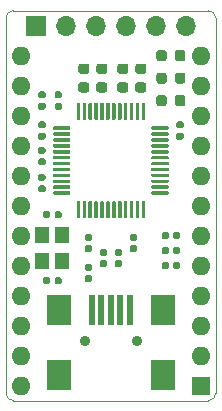
<source format=gbr>
%TF.GenerationSoftware,KiCad,Pcbnew,5.1.6+dfsg1-1~bpo10+1*%
%TF.CreationDate,2020-07-08T21:11:21+00:00*%
%TF.ProjectId,ProMicro_UART,50726f4d-6963-4726-9f5f-554152542e6b,v2*%
%TF.SameCoordinates,Original*%
%TF.FileFunction,Soldermask,Top*%
%TF.FilePolarity,Negative*%
%FSLAX45Y45*%
G04 Gerber Fmt 4.5, Leading zero omitted, Abs format (unit mm)*
G04 Created by KiCad (PCBNEW 5.1.6+dfsg1-1~bpo10+1) date 2020-07-08 21:11:21*
%MOMM*%
%LPD*%
G01*
G04 APERTURE LIST*
%TA.AperFunction,Profile*%
%ADD10C,0.100000*%
%TD*%
%ADD11O,1.600000X1.600000*%
%ADD12R,1.600000X1.600000*%
%ADD13R,1.200000X1.400000*%
%ADD14C,0.900000*%
%ADD15R,0.500000X2.500000*%
%ADD16R,2.000000X2.500000*%
%ADD17O,1.700000X1.700000*%
%ADD18R,1.700000X1.700000*%
G04 APERTURE END LIST*
D10*
X-1651000Y3111500D02*
X-1651000Y-63500D01*
X127000Y3111500D02*
X127000Y-63500D01*
X-1587500Y-127000D02*
G75*
G02*
X-1651000Y-63500I0J63500D01*
G01*
X127000Y-63500D02*
G75*
G02*
X63500Y-127000I-63500J0D01*
G01*
X63500Y3175000D02*
G75*
G02*
X127000Y3111500I0J-63500D01*
G01*
X-1651000Y3111500D02*
G75*
G02*
X-1587500Y3175000I63500J0D01*
G01*
X63500Y-127000D02*
X-1587500Y-127000D01*
X-1587500Y3175000D02*
X63500Y3175000D01*
D11*
X-1524000Y0D03*
X-1524000Y254000D03*
X-1524000Y508000D03*
X0Y2794000D03*
X-1524000Y762000D03*
X0Y2540000D03*
X-1524000Y1016000D03*
X0Y2286000D03*
X-1524000Y1270000D03*
X0Y2032000D03*
X-1524000Y1524000D03*
X0Y1778000D03*
X-1524000Y1778000D03*
X0Y1524000D03*
X-1524000Y2032000D03*
X0Y1270000D03*
X-1524000Y2286000D03*
X0Y1016000D03*
X-1524000Y2540000D03*
X0Y762000D03*
X-1524000Y2794000D03*
X0Y508000D03*
X0Y254000D03*
D12*
X0Y0D03*
G36*
G01*
X-634775Y2638500D02*
X-686025Y2638500D01*
G75*
G02*
X-707900Y2660375I0J21875D01*
G01*
X-707900Y2704125D01*
G75*
G02*
X-686025Y2726000I21875J0D01*
G01*
X-634775Y2726000D01*
G75*
G02*
X-612900Y2704125I0J-21875D01*
G01*
X-612900Y2660375D01*
G75*
G02*
X-634775Y2638500I-21875J0D01*
G01*
G37*
G36*
G01*
X-634775Y2481000D02*
X-686025Y2481000D01*
G75*
G02*
X-707900Y2502875I0J21875D01*
G01*
X-707900Y2546625D01*
G75*
G02*
X-686025Y2568500I21875J0D01*
G01*
X-634775Y2568500D01*
G75*
G02*
X-612900Y2546625I0J-21875D01*
G01*
X-612900Y2502875D01*
G75*
G02*
X-634775Y2481000I-21875J0D01*
G01*
G37*
G36*
G01*
X-482375Y2638500D02*
X-533625Y2638500D01*
G75*
G02*
X-555500Y2660375I0J21875D01*
G01*
X-555500Y2704125D01*
G75*
G02*
X-533625Y2726000I21875J0D01*
G01*
X-482375Y2726000D01*
G75*
G02*
X-460500Y2704125I0J-21875D01*
G01*
X-460500Y2660375D01*
G75*
G02*
X-482375Y2638500I-21875J0D01*
G01*
G37*
G36*
G01*
X-482375Y2481000D02*
X-533625Y2481000D01*
G75*
G02*
X-555500Y2502875I0J21875D01*
G01*
X-555500Y2546625D01*
G75*
G02*
X-533625Y2568500I21875J0D01*
G01*
X-482375Y2568500D01*
G75*
G02*
X-460500Y2546625I0J-21875D01*
G01*
X-460500Y2502875D01*
G75*
G02*
X-482375Y2481000I-21875J0D01*
G01*
G37*
G36*
G01*
X-812575Y2638500D02*
X-863825Y2638500D01*
G75*
G02*
X-885700Y2660375I0J21875D01*
G01*
X-885700Y2704125D01*
G75*
G02*
X-863825Y2726000I21875J0D01*
G01*
X-812575Y2726000D01*
G75*
G02*
X-790700Y2704125I0J-21875D01*
G01*
X-790700Y2660375D01*
G75*
G02*
X-812575Y2638500I-21875J0D01*
G01*
G37*
G36*
G01*
X-812575Y2481000D02*
X-863825Y2481000D01*
G75*
G02*
X-885700Y2502875I0J21875D01*
G01*
X-885700Y2546625D01*
G75*
G02*
X-863825Y2568500I21875J0D01*
G01*
X-812575Y2568500D01*
G75*
G02*
X-790700Y2546625I0J-21875D01*
G01*
X-790700Y2502875D01*
G75*
G02*
X-812575Y2481000I-21875J0D01*
G01*
G37*
G36*
G01*
X-1016225Y2568500D02*
X-964975Y2568500D01*
G75*
G02*
X-943100Y2546625I0J-21875D01*
G01*
X-943100Y2502875D01*
G75*
G02*
X-964975Y2481000I-21875J0D01*
G01*
X-1016225Y2481000D01*
G75*
G02*
X-1038100Y2502875I0J21875D01*
G01*
X-1038100Y2546625D01*
G75*
G02*
X-1016225Y2568500I21875J0D01*
G01*
G37*
G36*
G01*
X-1016225Y2726000D02*
X-964975Y2726000D01*
G75*
G02*
X-943100Y2704125I0J-21875D01*
G01*
X-943100Y2660375D01*
G75*
G02*
X-964975Y2638500I-21875J0D01*
G01*
X-1016225Y2638500D01*
G75*
G02*
X-1038100Y2660375I0J21875D01*
G01*
X-1038100Y2704125D01*
G75*
G02*
X-1016225Y2726000I21875J0D01*
G01*
G37*
D13*
X-1342300Y1058400D03*
X-1342300Y1278400D03*
X-1172300Y1278400D03*
X-1172300Y1058400D03*
G36*
G01*
X-1112000Y1615000D02*
X-1244500Y1615000D01*
G75*
G02*
X-1252000Y1622500I0J7500D01*
G01*
X-1252000Y1637500D01*
G75*
G02*
X-1244500Y1645000I7500J0D01*
G01*
X-1112000Y1645000D01*
G75*
G02*
X-1104500Y1637500I0J-7500D01*
G01*
X-1104500Y1622500D01*
G75*
G02*
X-1112000Y1615000I-7500J0D01*
G01*
G37*
G36*
G01*
X-1112000Y1665000D02*
X-1244500Y1665000D01*
G75*
G02*
X-1252000Y1672500I0J7500D01*
G01*
X-1252000Y1687500D01*
G75*
G02*
X-1244500Y1695000I7500J0D01*
G01*
X-1112000Y1695000D01*
G75*
G02*
X-1104500Y1687500I0J-7500D01*
G01*
X-1104500Y1672500D01*
G75*
G02*
X-1112000Y1665000I-7500J0D01*
G01*
G37*
G36*
G01*
X-1112000Y1715000D02*
X-1244500Y1715000D01*
G75*
G02*
X-1252000Y1722500I0J7500D01*
G01*
X-1252000Y1737500D01*
G75*
G02*
X-1244500Y1745000I7500J0D01*
G01*
X-1112000Y1745000D01*
G75*
G02*
X-1104500Y1737500I0J-7500D01*
G01*
X-1104500Y1722500D01*
G75*
G02*
X-1112000Y1715000I-7500J0D01*
G01*
G37*
G36*
G01*
X-1112000Y1765000D02*
X-1244500Y1765000D01*
G75*
G02*
X-1252000Y1772500I0J7500D01*
G01*
X-1252000Y1787500D01*
G75*
G02*
X-1244500Y1795000I7500J0D01*
G01*
X-1112000Y1795000D01*
G75*
G02*
X-1104500Y1787500I0J-7500D01*
G01*
X-1104500Y1772500D01*
G75*
G02*
X-1112000Y1765000I-7500J0D01*
G01*
G37*
G36*
G01*
X-1112000Y1815000D02*
X-1244500Y1815000D01*
G75*
G02*
X-1252000Y1822500I0J7500D01*
G01*
X-1252000Y1837500D01*
G75*
G02*
X-1244500Y1845000I7500J0D01*
G01*
X-1112000Y1845000D01*
G75*
G02*
X-1104500Y1837500I0J-7500D01*
G01*
X-1104500Y1822500D01*
G75*
G02*
X-1112000Y1815000I-7500J0D01*
G01*
G37*
G36*
G01*
X-1112000Y1865000D02*
X-1244500Y1865000D01*
G75*
G02*
X-1252000Y1872500I0J7500D01*
G01*
X-1252000Y1887500D01*
G75*
G02*
X-1244500Y1895000I7500J0D01*
G01*
X-1112000Y1895000D01*
G75*
G02*
X-1104500Y1887500I0J-7500D01*
G01*
X-1104500Y1872500D01*
G75*
G02*
X-1112000Y1865000I-7500J0D01*
G01*
G37*
G36*
G01*
X-1112000Y1915000D02*
X-1244500Y1915000D01*
G75*
G02*
X-1252000Y1922500I0J7500D01*
G01*
X-1252000Y1937500D01*
G75*
G02*
X-1244500Y1945000I7500J0D01*
G01*
X-1112000Y1945000D01*
G75*
G02*
X-1104500Y1937500I0J-7500D01*
G01*
X-1104500Y1922500D01*
G75*
G02*
X-1112000Y1915000I-7500J0D01*
G01*
G37*
G36*
G01*
X-1112000Y1965000D02*
X-1244500Y1965000D01*
G75*
G02*
X-1252000Y1972500I0J7500D01*
G01*
X-1252000Y1987500D01*
G75*
G02*
X-1244500Y1995000I7500J0D01*
G01*
X-1112000Y1995000D01*
G75*
G02*
X-1104500Y1987500I0J-7500D01*
G01*
X-1104500Y1972500D01*
G75*
G02*
X-1112000Y1965000I-7500J0D01*
G01*
G37*
G36*
G01*
X-1112000Y2015000D02*
X-1244500Y2015000D01*
G75*
G02*
X-1252000Y2022500I0J7500D01*
G01*
X-1252000Y2037500D01*
G75*
G02*
X-1244500Y2045000I7500J0D01*
G01*
X-1112000Y2045000D01*
G75*
G02*
X-1104500Y2037500I0J-7500D01*
G01*
X-1104500Y2022500D01*
G75*
G02*
X-1112000Y2015000I-7500J0D01*
G01*
G37*
G36*
G01*
X-1112000Y2065000D02*
X-1244500Y2065000D01*
G75*
G02*
X-1252000Y2072500I0J7500D01*
G01*
X-1252000Y2087500D01*
G75*
G02*
X-1244500Y2095000I7500J0D01*
G01*
X-1112000Y2095000D01*
G75*
G02*
X-1104500Y2087500I0J-7500D01*
G01*
X-1104500Y2072500D01*
G75*
G02*
X-1112000Y2065000I-7500J0D01*
G01*
G37*
G36*
G01*
X-1112000Y2115000D02*
X-1244500Y2115000D01*
G75*
G02*
X-1252000Y2122500I0J7500D01*
G01*
X-1252000Y2137500D01*
G75*
G02*
X-1244500Y2145000I7500J0D01*
G01*
X-1112000Y2145000D01*
G75*
G02*
X-1104500Y2137500I0J-7500D01*
G01*
X-1104500Y2122500D01*
G75*
G02*
X-1112000Y2115000I-7500J0D01*
G01*
G37*
G36*
G01*
X-1112000Y2165000D02*
X-1244500Y2165000D01*
G75*
G02*
X-1252000Y2172500I0J7500D01*
G01*
X-1252000Y2187500D01*
G75*
G02*
X-1244500Y2195000I7500J0D01*
G01*
X-1112000Y2195000D01*
G75*
G02*
X-1104500Y2187500I0J-7500D01*
G01*
X-1104500Y2172500D01*
G75*
G02*
X-1112000Y2165000I-7500J0D01*
G01*
G37*
G36*
G01*
X-1029500Y2247500D02*
X-1044500Y2247500D01*
G75*
G02*
X-1052000Y2255000I0J7500D01*
G01*
X-1052000Y2387500D01*
G75*
G02*
X-1044500Y2395000I7500J0D01*
G01*
X-1029500Y2395000D01*
G75*
G02*
X-1022000Y2387500I0J-7500D01*
G01*
X-1022000Y2255000D01*
G75*
G02*
X-1029500Y2247500I-7500J0D01*
G01*
G37*
G36*
G01*
X-979500Y2247500D02*
X-994500Y2247500D01*
G75*
G02*
X-1002000Y2255000I0J7500D01*
G01*
X-1002000Y2387500D01*
G75*
G02*
X-994500Y2395000I7500J0D01*
G01*
X-979500Y2395000D01*
G75*
G02*
X-972000Y2387500I0J-7500D01*
G01*
X-972000Y2255000D01*
G75*
G02*
X-979500Y2247500I-7500J0D01*
G01*
G37*
G36*
G01*
X-929500Y2247500D02*
X-944500Y2247500D01*
G75*
G02*
X-952000Y2255000I0J7500D01*
G01*
X-952000Y2387500D01*
G75*
G02*
X-944500Y2395000I7500J0D01*
G01*
X-929500Y2395000D01*
G75*
G02*
X-922000Y2387500I0J-7500D01*
G01*
X-922000Y2255000D01*
G75*
G02*
X-929500Y2247500I-7500J0D01*
G01*
G37*
G36*
G01*
X-879500Y2247500D02*
X-894500Y2247500D01*
G75*
G02*
X-902000Y2255000I0J7500D01*
G01*
X-902000Y2387500D01*
G75*
G02*
X-894500Y2395000I7500J0D01*
G01*
X-879500Y2395000D01*
G75*
G02*
X-872000Y2387500I0J-7500D01*
G01*
X-872000Y2255000D01*
G75*
G02*
X-879500Y2247500I-7500J0D01*
G01*
G37*
G36*
G01*
X-829500Y2247500D02*
X-844500Y2247500D01*
G75*
G02*
X-852000Y2255000I0J7500D01*
G01*
X-852000Y2387500D01*
G75*
G02*
X-844500Y2395000I7500J0D01*
G01*
X-829500Y2395000D01*
G75*
G02*
X-822000Y2387500I0J-7500D01*
G01*
X-822000Y2255000D01*
G75*
G02*
X-829500Y2247500I-7500J0D01*
G01*
G37*
G36*
G01*
X-779500Y2247500D02*
X-794500Y2247500D01*
G75*
G02*
X-802000Y2255000I0J7500D01*
G01*
X-802000Y2387500D01*
G75*
G02*
X-794500Y2395000I7500J0D01*
G01*
X-779500Y2395000D01*
G75*
G02*
X-772000Y2387500I0J-7500D01*
G01*
X-772000Y2255000D01*
G75*
G02*
X-779500Y2247500I-7500J0D01*
G01*
G37*
G36*
G01*
X-729500Y2247500D02*
X-744500Y2247500D01*
G75*
G02*
X-752000Y2255000I0J7500D01*
G01*
X-752000Y2387500D01*
G75*
G02*
X-744500Y2395000I7500J0D01*
G01*
X-729500Y2395000D01*
G75*
G02*
X-722000Y2387500I0J-7500D01*
G01*
X-722000Y2255000D01*
G75*
G02*
X-729500Y2247500I-7500J0D01*
G01*
G37*
G36*
G01*
X-679500Y2247500D02*
X-694500Y2247500D01*
G75*
G02*
X-702000Y2255000I0J7500D01*
G01*
X-702000Y2387500D01*
G75*
G02*
X-694500Y2395000I7500J0D01*
G01*
X-679500Y2395000D01*
G75*
G02*
X-672000Y2387500I0J-7500D01*
G01*
X-672000Y2255000D01*
G75*
G02*
X-679500Y2247500I-7500J0D01*
G01*
G37*
G36*
G01*
X-629500Y2247500D02*
X-644500Y2247500D01*
G75*
G02*
X-652000Y2255000I0J7500D01*
G01*
X-652000Y2387500D01*
G75*
G02*
X-644500Y2395000I7500J0D01*
G01*
X-629500Y2395000D01*
G75*
G02*
X-622000Y2387500I0J-7500D01*
G01*
X-622000Y2255000D01*
G75*
G02*
X-629500Y2247500I-7500J0D01*
G01*
G37*
G36*
G01*
X-579500Y2247500D02*
X-594500Y2247500D01*
G75*
G02*
X-602000Y2255000I0J7500D01*
G01*
X-602000Y2387500D01*
G75*
G02*
X-594500Y2395000I7500J0D01*
G01*
X-579500Y2395000D01*
G75*
G02*
X-572000Y2387500I0J-7500D01*
G01*
X-572000Y2255000D01*
G75*
G02*
X-579500Y2247500I-7500J0D01*
G01*
G37*
G36*
G01*
X-529500Y2247500D02*
X-544500Y2247500D01*
G75*
G02*
X-552000Y2255000I0J7500D01*
G01*
X-552000Y2387500D01*
G75*
G02*
X-544500Y2395000I7500J0D01*
G01*
X-529500Y2395000D01*
G75*
G02*
X-522000Y2387500I0J-7500D01*
G01*
X-522000Y2255000D01*
G75*
G02*
X-529500Y2247500I-7500J0D01*
G01*
G37*
G36*
G01*
X-479500Y2247500D02*
X-494500Y2247500D01*
G75*
G02*
X-502000Y2255000I0J7500D01*
G01*
X-502000Y2387500D01*
G75*
G02*
X-494500Y2395000I7500J0D01*
G01*
X-479500Y2395000D01*
G75*
G02*
X-472000Y2387500I0J-7500D01*
G01*
X-472000Y2255000D01*
G75*
G02*
X-479500Y2247500I-7500J0D01*
G01*
G37*
G36*
G01*
X-279500Y2165000D02*
X-412000Y2165000D01*
G75*
G02*
X-419500Y2172500I0J7500D01*
G01*
X-419500Y2187500D01*
G75*
G02*
X-412000Y2195000I7500J0D01*
G01*
X-279500Y2195000D01*
G75*
G02*
X-272000Y2187500I0J-7500D01*
G01*
X-272000Y2172500D01*
G75*
G02*
X-279500Y2165000I-7500J0D01*
G01*
G37*
G36*
G01*
X-279500Y2115000D02*
X-412000Y2115000D01*
G75*
G02*
X-419500Y2122500I0J7500D01*
G01*
X-419500Y2137500D01*
G75*
G02*
X-412000Y2145000I7500J0D01*
G01*
X-279500Y2145000D01*
G75*
G02*
X-272000Y2137500I0J-7500D01*
G01*
X-272000Y2122500D01*
G75*
G02*
X-279500Y2115000I-7500J0D01*
G01*
G37*
G36*
G01*
X-279500Y2065000D02*
X-412000Y2065000D01*
G75*
G02*
X-419500Y2072500I0J7500D01*
G01*
X-419500Y2087500D01*
G75*
G02*
X-412000Y2095000I7500J0D01*
G01*
X-279500Y2095000D01*
G75*
G02*
X-272000Y2087500I0J-7500D01*
G01*
X-272000Y2072500D01*
G75*
G02*
X-279500Y2065000I-7500J0D01*
G01*
G37*
G36*
G01*
X-279500Y2015000D02*
X-412000Y2015000D01*
G75*
G02*
X-419500Y2022500I0J7500D01*
G01*
X-419500Y2037500D01*
G75*
G02*
X-412000Y2045000I7500J0D01*
G01*
X-279500Y2045000D01*
G75*
G02*
X-272000Y2037500I0J-7500D01*
G01*
X-272000Y2022500D01*
G75*
G02*
X-279500Y2015000I-7500J0D01*
G01*
G37*
G36*
G01*
X-279500Y1965000D02*
X-412000Y1965000D01*
G75*
G02*
X-419500Y1972500I0J7500D01*
G01*
X-419500Y1987500D01*
G75*
G02*
X-412000Y1995000I7500J0D01*
G01*
X-279500Y1995000D01*
G75*
G02*
X-272000Y1987500I0J-7500D01*
G01*
X-272000Y1972500D01*
G75*
G02*
X-279500Y1965000I-7500J0D01*
G01*
G37*
G36*
G01*
X-279500Y1915000D02*
X-412000Y1915000D01*
G75*
G02*
X-419500Y1922500I0J7500D01*
G01*
X-419500Y1937500D01*
G75*
G02*
X-412000Y1945000I7500J0D01*
G01*
X-279500Y1945000D01*
G75*
G02*
X-272000Y1937500I0J-7500D01*
G01*
X-272000Y1922500D01*
G75*
G02*
X-279500Y1915000I-7500J0D01*
G01*
G37*
G36*
G01*
X-279500Y1865000D02*
X-412000Y1865000D01*
G75*
G02*
X-419500Y1872500I0J7500D01*
G01*
X-419500Y1887500D01*
G75*
G02*
X-412000Y1895000I7500J0D01*
G01*
X-279500Y1895000D01*
G75*
G02*
X-272000Y1887500I0J-7500D01*
G01*
X-272000Y1872500D01*
G75*
G02*
X-279500Y1865000I-7500J0D01*
G01*
G37*
G36*
G01*
X-279500Y1815000D02*
X-412000Y1815000D01*
G75*
G02*
X-419500Y1822500I0J7500D01*
G01*
X-419500Y1837500D01*
G75*
G02*
X-412000Y1845000I7500J0D01*
G01*
X-279500Y1845000D01*
G75*
G02*
X-272000Y1837500I0J-7500D01*
G01*
X-272000Y1822500D01*
G75*
G02*
X-279500Y1815000I-7500J0D01*
G01*
G37*
G36*
G01*
X-279500Y1765000D02*
X-412000Y1765000D01*
G75*
G02*
X-419500Y1772500I0J7500D01*
G01*
X-419500Y1787500D01*
G75*
G02*
X-412000Y1795000I7500J0D01*
G01*
X-279500Y1795000D01*
G75*
G02*
X-272000Y1787500I0J-7500D01*
G01*
X-272000Y1772500D01*
G75*
G02*
X-279500Y1765000I-7500J0D01*
G01*
G37*
G36*
G01*
X-279500Y1715000D02*
X-412000Y1715000D01*
G75*
G02*
X-419500Y1722500I0J7500D01*
G01*
X-419500Y1737500D01*
G75*
G02*
X-412000Y1745000I7500J0D01*
G01*
X-279500Y1745000D01*
G75*
G02*
X-272000Y1737500I0J-7500D01*
G01*
X-272000Y1722500D01*
G75*
G02*
X-279500Y1715000I-7500J0D01*
G01*
G37*
G36*
G01*
X-279500Y1665000D02*
X-412000Y1665000D01*
G75*
G02*
X-419500Y1672500I0J7500D01*
G01*
X-419500Y1687500D01*
G75*
G02*
X-412000Y1695000I7500J0D01*
G01*
X-279500Y1695000D01*
G75*
G02*
X-272000Y1687500I0J-7500D01*
G01*
X-272000Y1672500D01*
G75*
G02*
X-279500Y1665000I-7500J0D01*
G01*
G37*
G36*
G01*
X-279500Y1615000D02*
X-412000Y1615000D01*
G75*
G02*
X-419500Y1622500I0J7500D01*
G01*
X-419500Y1637500D01*
G75*
G02*
X-412000Y1645000I7500J0D01*
G01*
X-279500Y1645000D01*
G75*
G02*
X-272000Y1637500I0J-7500D01*
G01*
X-272000Y1622500D01*
G75*
G02*
X-279500Y1615000I-7500J0D01*
G01*
G37*
G36*
G01*
X-479500Y1415000D02*
X-494500Y1415000D01*
G75*
G02*
X-502000Y1422500I0J7500D01*
G01*
X-502000Y1555000D01*
G75*
G02*
X-494500Y1562500I7500J0D01*
G01*
X-479500Y1562500D01*
G75*
G02*
X-472000Y1555000I0J-7500D01*
G01*
X-472000Y1422500D01*
G75*
G02*
X-479500Y1415000I-7500J0D01*
G01*
G37*
G36*
G01*
X-529500Y1415000D02*
X-544500Y1415000D01*
G75*
G02*
X-552000Y1422500I0J7500D01*
G01*
X-552000Y1555000D01*
G75*
G02*
X-544500Y1562500I7500J0D01*
G01*
X-529500Y1562500D01*
G75*
G02*
X-522000Y1555000I0J-7500D01*
G01*
X-522000Y1422500D01*
G75*
G02*
X-529500Y1415000I-7500J0D01*
G01*
G37*
G36*
G01*
X-579500Y1415000D02*
X-594500Y1415000D01*
G75*
G02*
X-602000Y1422500I0J7500D01*
G01*
X-602000Y1555000D01*
G75*
G02*
X-594500Y1562500I7500J0D01*
G01*
X-579500Y1562500D01*
G75*
G02*
X-572000Y1555000I0J-7500D01*
G01*
X-572000Y1422500D01*
G75*
G02*
X-579500Y1415000I-7500J0D01*
G01*
G37*
G36*
G01*
X-629500Y1415000D02*
X-644500Y1415000D01*
G75*
G02*
X-652000Y1422500I0J7500D01*
G01*
X-652000Y1555000D01*
G75*
G02*
X-644500Y1562500I7500J0D01*
G01*
X-629500Y1562500D01*
G75*
G02*
X-622000Y1555000I0J-7500D01*
G01*
X-622000Y1422500D01*
G75*
G02*
X-629500Y1415000I-7500J0D01*
G01*
G37*
G36*
G01*
X-679500Y1415000D02*
X-694500Y1415000D01*
G75*
G02*
X-702000Y1422500I0J7500D01*
G01*
X-702000Y1555000D01*
G75*
G02*
X-694500Y1562500I7500J0D01*
G01*
X-679500Y1562500D01*
G75*
G02*
X-672000Y1555000I0J-7500D01*
G01*
X-672000Y1422500D01*
G75*
G02*
X-679500Y1415000I-7500J0D01*
G01*
G37*
G36*
G01*
X-729500Y1415000D02*
X-744500Y1415000D01*
G75*
G02*
X-752000Y1422500I0J7500D01*
G01*
X-752000Y1555000D01*
G75*
G02*
X-744500Y1562500I7500J0D01*
G01*
X-729500Y1562500D01*
G75*
G02*
X-722000Y1555000I0J-7500D01*
G01*
X-722000Y1422500D01*
G75*
G02*
X-729500Y1415000I-7500J0D01*
G01*
G37*
G36*
G01*
X-779500Y1415000D02*
X-794500Y1415000D01*
G75*
G02*
X-802000Y1422500I0J7500D01*
G01*
X-802000Y1555000D01*
G75*
G02*
X-794500Y1562500I7500J0D01*
G01*
X-779500Y1562500D01*
G75*
G02*
X-772000Y1555000I0J-7500D01*
G01*
X-772000Y1422500D01*
G75*
G02*
X-779500Y1415000I-7500J0D01*
G01*
G37*
G36*
G01*
X-829500Y1415000D02*
X-844500Y1415000D01*
G75*
G02*
X-852000Y1422500I0J7500D01*
G01*
X-852000Y1555000D01*
G75*
G02*
X-844500Y1562500I7500J0D01*
G01*
X-829500Y1562500D01*
G75*
G02*
X-822000Y1555000I0J-7500D01*
G01*
X-822000Y1422500D01*
G75*
G02*
X-829500Y1415000I-7500J0D01*
G01*
G37*
G36*
G01*
X-879500Y1415000D02*
X-894500Y1415000D01*
G75*
G02*
X-902000Y1422500I0J7500D01*
G01*
X-902000Y1555000D01*
G75*
G02*
X-894500Y1562500I7500J0D01*
G01*
X-879500Y1562500D01*
G75*
G02*
X-872000Y1555000I0J-7500D01*
G01*
X-872000Y1422500D01*
G75*
G02*
X-879500Y1415000I-7500J0D01*
G01*
G37*
G36*
G01*
X-929500Y1415000D02*
X-944500Y1415000D01*
G75*
G02*
X-952000Y1422500I0J7500D01*
G01*
X-952000Y1555000D01*
G75*
G02*
X-944500Y1562500I7500J0D01*
G01*
X-929500Y1562500D01*
G75*
G02*
X-922000Y1555000I0J-7500D01*
G01*
X-922000Y1422500D01*
G75*
G02*
X-929500Y1415000I-7500J0D01*
G01*
G37*
G36*
G01*
X-979500Y1415000D02*
X-994500Y1415000D01*
G75*
G02*
X-1002000Y1422500I0J7500D01*
G01*
X-1002000Y1555000D01*
G75*
G02*
X-994500Y1562500I7500J0D01*
G01*
X-979500Y1562500D01*
G75*
G02*
X-972000Y1555000I0J-7500D01*
G01*
X-972000Y1422500D01*
G75*
G02*
X-979500Y1415000I-7500J0D01*
G01*
G37*
G36*
G01*
X-1029500Y1415000D02*
X-1044500Y1415000D01*
G75*
G02*
X-1052000Y1422500I0J7500D01*
G01*
X-1052000Y1555000D01*
G75*
G02*
X-1044500Y1562500I7500J0D01*
G01*
X-1029500Y1562500D01*
G75*
G02*
X-1022000Y1555000I0J-7500D01*
G01*
X-1022000Y1422500D01*
G75*
G02*
X-1029500Y1415000I-7500J0D01*
G01*
G37*
G36*
G01*
X-969750Y1187500D02*
X-935250Y1187500D01*
G75*
G02*
X-920500Y1172750I0J-14750D01*
G01*
X-920500Y1143250D01*
G75*
G02*
X-935250Y1128500I-14750J0D01*
G01*
X-969750Y1128500D01*
G75*
G02*
X-984500Y1143250I0J14750D01*
G01*
X-984500Y1172750D01*
G75*
G02*
X-969750Y1187500I14750J0D01*
G01*
G37*
G36*
G01*
X-969750Y1284500D02*
X-935250Y1284500D01*
G75*
G02*
X-920500Y1269750I0J-14750D01*
G01*
X-920500Y1240250D01*
G75*
G02*
X-935250Y1225500I-14750J0D01*
G01*
X-969750Y1225500D01*
G75*
G02*
X-984500Y1240250I0J14750D01*
G01*
X-984500Y1269750D01*
G75*
G02*
X-969750Y1284500I14750J0D01*
G01*
G37*
G36*
G01*
X-1189250Y2432000D02*
X-1223750Y2432000D01*
G75*
G02*
X-1238500Y2446750I0J14750D01*
G01*
X-1238500Y2476250D01*
G75*
G02*
X-1223750Y2491000I14750J0D01*
G01*
X-1189250Y2491000D01*
G75*
G02*
X-1174500Y2476250I0J-14750D01*
G01*
X-1174500Y2446750D01*
G75*
G02*
X-1189250Y2432000I-14750J0D01*
G01*
G37*
G36*
G01*
X-1189250Y2335000D02*
X-1223750Y2335000D01*
G75*
G02*
X-1238500Y2349750I0J14750D01*
G01*
X-1238500Y2379250D01*
G75*
G02*
X-1223750Y2394000I14750J0D01*
G01*
X-1189250Y2394000D01*
G75*
G02*
X-1174500Y2379250I0J-14750D01*
G01*
X-1174500Y2349750D01*
G75*
G02*
X-1189250Y2335000I-14750J0D01*
G01*
G37*
G36*
G01*
X-1328950Y2432000D02*
X-1363450Y2432000D01*
G75*
G02*
X-1378200Y2446750I0J14750D01*
G01*
X-1378200Y2476250D01*
G75*
G02*
X-1363450Y2491000I14750J0D01*
G01*
X-1328950Y2491000D01*
G75*
G02*
X-1314200Y2476250I0J-14750D01*
G01*
X-1314200Y2446750D01*
G75*
G02*
X-1328950Y2432000I-14750J0D01*
G01*
G37*
G36*
G01*
X-1328950Y2335000D02*
X-1363450Y2335000D01*
G75*
G02*
X-1378200Y2349750I0J14750D01*
G01*
X-1378200Y2379250D01*
G75*
G02*
X-1363450Y2394000I14750J0D01*
G01*
X-1328950Y2394000D01*
G75*
G02*
X-1314200Y2379250I0J-14750D01*
G01*
X-1314200Y2349750D01*
G75*
G02*
X-1328950Y2335000I-14750J0D01*
G01*
G37*
G36*
G01*
X-273000Y1160250D02*
X-273000Y1125750D01*
G75*
G02*
X-287750Y1111000I-14750J0D01*
G01*
X-317250Y1111000D01*
G75*
G02*
X-332000Y1125750I0J14750D01*
G01*
X-332000Y1160250D01*
G75*
G02*
X-317250Y1175000I14750J0D01*
G01*
X-287750Y1175000D01*
G75*
G02*
X-273000Y1160250I0J-14750D01*
G01*
G37*
G36*
G01*
X-176000Y1160250D02*
X-176000Y1125750D01*
G75*
G02*
X-190750Y1111000I-14750J0D01*
G01*
X-220250Y1111000D01*
G75*
G02*
X-235000Y1125750I0J14750D01*
G01*
X-235000Y1160250D01*
G75*
G02*
X-220250Y1175000I14750J0D01*
G01*
X-190750Y1175000D01*
G75*
G02*
X-176000Y1160250I0J-14750D01*
G01*
G37*
G36*
G01*
X-935250Y971500D02*
X-969750Y971500D01*
G75*
G02*
X-984500Y986250I0J14750D01*
G01*
X-984500Y1015750D01*
G75*
G02*
X-969750Y1030500I14750J0D01*
G01*
X-935250Y1030500D01*
G75*
G02*
X-920500Y1015750I0J-14750D01*
G01*
X-920500Y986250D01*
G75*
G02*
X-935250Y971500I-14750J0D01*
G01*
G37*
G36*
G01*
X-935250Y874500D02*
X-969750Y874500D01*
G75*
G02*
X-984500Y889250I0J14750D01*
G01*
X-984500Y918750D01*
G75*
G02*
X-969750Y933500I14750J0D01*
G01*
X-935250Y933500D01*
G75*
G02*
X-920500Y918750I0J-14750D01*
G01*
X-920500Y889250D01*
G75*
G02*
X-935250Y874500I-14750J0D01*
G01*
G37*
G36*
G01*
X-1363450Y1924100D02*
X-1328950Y1924100D01*
G75*
G02*
X-1314200Y1909350I0J-14750D01*
G01*
X-1314200Y1879850D01*
G75*
G02*
X-1328950Y1865100I-14750J0D01*
G01*
X-1363450Y1865100D01*
G75*
G02*
X-1378200Y1879850I0J14750D01*
G01*
X-1378200Y1909350D01*
G75*
G02*
X-1363450Y1924100I14750J0D01*
G01*
G37*
G36*
G01*
X-1363450Y2021100D02*
X-1328950Y2021100D01*
G75*
G02*
X-1314200Y2006350I0J-14750D01*
G01*
X-1314200Y1976850D01*
G75*
G02*
X-1328950Y1962100I-14750J0D01*
G01*
X-1363450Y1962100D01*
G75*
G02*
X-1378200Y1976850I0J14750D01*
G01*
X-1378200Y2006350D01*
G75*
G02*
X-1363450Y2021100I14750J0D01*
G01*
G37*
G36*
G01*
X-1276300Y906250D02*
X-1276300Y871750D01*
G75*
G02*
X-1291050Y857000I-14750J0D01*
G01*
X-1320550Y857000D01*
G75*
G02*
X-1335300Y871750I0J14750D01*
G01*
X-1335300Y906250D01*
G75*
G02*
X-1320550Y921000I14750J0D01*
G01*
X-1291050Y921000D01*
G75*
G02*
X-1276300Y906250I0J-14750D01*
G01*
G37*
G36*
G01*
X-1179300Y906250D02*
X-1179300Y871750D01*
G75*
G02*
X-1194050Y857000I-14750J0D01*
G01*
X-1223550Y857000D01*
G75*
G02*
X-1238300Y871750I0J14750D01*
G01*
X-1238300Y906250D01*
G75*
G02*
X-1223550Y921000I14750J0D01*
G01*
X-1194050Y921000D01*
G75*
G02*
X-1179300Y906250I0J-14750D01*
G01*
G37*
G36*
G01*
X-1238300Y1430550D02*
X-1238300Y1465050D01*
G75*
G02*
X-1223550Y1479800I14750J0D01*
G01*
X-1194050Y1479800D01*
G75*
G02*
X-1179300Y1465050I0J-14750D01*
G01*
X-1179300Y1430550D01*
G75*
G02*
X-1194050Y1415800I-14750J0D01*
G01*
X-1223550Y1415800D01*
G75*
G02*
X-1238300Y1430550I0J14750D01*
G01*
G37*
G36*
G01*
X-1335300Y1430550D02*
X-1335300Y1465050D01*
G75*
G02*
X-1320550Y1479800I14750J0D01*
G01*
X-1291050Y1479800D01*
G75*
G02*
X-1276300Y1465050I0J-14750D01*
G01*
X-1276300Y1430550D01*
G75*
G02*
X-1291050Y1415800I-14750J0D01*
G01*
X-1320550Y1415800D01*
G75*
G02*
X-1335300Y1430550I0J14750D01*
G01*
G37*
G36*
G01*
X-554250Y1225500D02*
X-588750Y1225500D01*
G75*
G02*
X-603500Y1240250I0J14750D01*
G01*
X-603500Y1269750D01*
G75*
G02*
X-588750Y1284500I14750J0D01*
G01*
X-554250Y1284500D01*
G75*
G02*
X-539500Y1269750I0J-14750D01*
G01*
X-539500Y1240250D01*
G75*
G02*
X-554250Y1225500I-14750J0D01*
G01*
G37*
G36*
G01*
X-554250Y1128500D02*
X-588750Y1128500D01*
G75*
G02*
X-603500Y1143250I0J14750D01*
G01*
X-603500Y1172750D01*
G75*
G02*
X-588750Y1187500I14750J0D01*
G01*
X-554250Y1187500D01*
G75*
G02*
X-539500Y1172750I0J-14750D01*
G01*
X-539500Y1143250D01*
G75*
G02*
X-554250Y1128500I-14750J0D01*
G01*
G37*
G36*
G01*
X-1328950Y1733500D02*
X-1363450Y1733500D01*
G75*
G02*
X-1378200Y1748250I0J14750D01*
G01*
X-1378200Y1777750D01*
G75*
G02*
X-1363450Y1792500I14750J0D01*
G01*
X-1328950Y1792500D01*
G75*
G02*
X-1314200Y1777750I0J-14750D01*
G01*
X-1314200Y1748250D01*
G75*
G02*
X-1328950Y1733500I-14750J0D01*
G01*
G37*
G36*
G01*
X-1328950Y1636500D02*
X-1363450Y1636500D01*
G75*
G02*
X-1378200Y1651250I0J14750D01*
G01*
X-1378200Y1680750D01*
G75*
G02*
X-1363450Y1695500I14750J0D01*
G01*
X-1328950Y1695500D01*
G75*
G02*
X-1314200Y1680750I0J-14750D01*
G01*
X-1314200Y1651250D01*
G75*
G02*
X-1328950Y1636500I-14750J0D01*
G01*
G37*
G36*
G01*
X-1328950Y2178000D02*
X-1363450Y2178000D01*
G75*
G02*
X-1378200Y2192750I0J14750D01*
G01*
X-1378200Y2222250D01*
G75*
G02*
X-1363450Y2237000I14750J0D01*
G01*
X-1328950Y2237000D01*
G75*
G02*
X-1314200Y2222250I0J-14750D01*
G01*
X-1314200Y2192750D01*
G75*
G02*
X-1328950Y2178000I-14750J0D01*
G01*
G37*
G36*
G01*
X-1328950Y2081000D02*
X-1363450Y2081000D01*
G75*
G02*
X-1378200Y2095750I0J14750D01*
G01*
X-1378200Y2125250D01*
G75*
G02*
X-1363450Y2140000I14750J0D01*
G01*
X-1328950Y2140000D01*
G75*
G02*
X-1314200Y2125250I0J-14750D01*
G01*
X-1314200Y2095750D01*
G75*
G02*
X-1328950Y2081000I-14750J0D01*
G01*
G37*
G36*
G01*
X-842750Y1060500D02*
X-808250Y1060500D01*
G75*
G02*
X-793500Y1045750I0J-14750D01*
G01*
X-793500Y1016250D01*
G75*
G02*
X-808250Y1001500I-14750J0D01*
G01*
X-842750Y1001500D01*
G75*
G02*
X-857500Y1016250I0J14750D01*
G01*
X-857500Y1045750D01*
G75*
G02*
X-842750Y1060500I14750J0D01*
G01*
G37*
G36*
G01*
X-842750Y1157500D02*
X-808250Y1157500D01*
G75*
G02*
X-793500Y1142750I0J-14750D01*
G01*
X-793500Y1113250D01*
G75*
G02*
X-808250Y1098500I-14750J0D01*
G01*
X-842750Y1098500D01*
G75*
G02*
X-857500Y1113250I0J14750D01*
G01*
X-857500Y1142750D01*
G75*
G02*
X-842750Y1157500I14750J0D01*
G01*
G37*
G36*
G01*
X-715750Y1060500D02*
X-681250Y1060500D01*
G75*
G02*
X-666500Y1045750I0J-14750D01*
G01*
X-666500Y1016250D01*
G75*
G02*
X-681250Y1001500I-14750J0D01*
G01*
X-715750Y1001500D01*
G75*
G02*
X-730500Y1016250I0J14750D01*
G01*
X-730500Y1045750D01*
G75*
G02*
X-715750Y1060500I14750J0D01*
G01*
G37*
G36*
G01*
X-715750Y1157500D02*
X-681250Y1157500D01*
G75*
G02*
X-666500Y1142750I0J-14750D01*
G01*
X-666500Y1113250D01*
G75*
G02*
X-681250Y1098500I-14750J0D01*
G01*
X-715750Y1098500D01*
G75*
G02*
X-730500Y1113250I0J14750D01*
G01*
X-730500Y1142750D01*
G75*
G02*
X-715750Y1157500I14750J0D01*
G01*
G37*
G36*
G01*
X-273000Y1287250D02*
X-273000Y1252750D01*
G75*
G02*
X-287750Y1238000I-14750J0D01*
G01*
X-317250Y1238000D01*
G75*
G02*
X-332000Y1252750I0J14750D01*
G01*
X-332000Y1287250D01*
G75*
G02*
X-317250Y1302000I14750J0D01*
G01*
X-287750Y1302000D01*
G75*
G02*
X-273000Y1287250I0J-14750D01*
G01*
G37*
G36*
G01*
X-176000Y1287250D02*
X-176000Y1252750D01*
G75*
G02*
X-190750Y1238000I-14750J0D01*
G01*
X-220250Y1238000D01*
G75*
G02*
X-235000Y1252750I0J14750D01*
G01*
X-235000Y1287250D01*
G75*
G02*
X-220250Y1302000I14750J0D01*
G01*
X-190750Y1302000D01*
G75*
G02*
X-176000Y1287250I0J-14750D01*
G01*
G37*
G36*
G01*
X-273000Y1033250D02*
X-273000Y998750D01*
G75*
G02*
X-287750Y984000I-14750J0D01*
G01*
X-317250Y984000D01*
G75*
G02*
X-332000Y998750I0J14750D01*
G01*
X-332000Y1033250D01*
G75*
G02*
X-317250Y1048000I14750J0D01*
G01*
X-287750Y1048000D01*
G75*
G02*
X-273000Y1033250I0J-14750D01*
G01*
G37*
G36*
G01*
X-176000Y1033250D02*
X-176000Y998750D01*
G75*
G02*
X-190750Y984000I-14750J0D01*
G01*
X-220250Y984000D01*
G75*
G02*
X-235000Y998750I0J14750D01*
G01*
X-235000Y1033250D01*
G75*
G02*
X-220250Y1048000I14750J0D01*
G01*
X-190750Y1048000D01*
G75*
G02*
X-176000Y1033250I0J-14750D01*
G01*
G37*
G36*
G01*
X-195050Y2140000D02*
X-160550Y2140000D01*
G75*
G02*
X-145800Y2125250I0J-14750D01*
G01*
X-145800Y2095750D01*
G75*
G02*
X-160550Y2081000I-14750J0D01*
G01*
X-195050Y2081000D01*
G75*
G02*
X-209800Y2095750I0J14750D01*
G01*
X-209800Y2125250D01*
G75*
G02*
X-195050Y2140000I14750J0D01*
G01*
G37*
G36*
G01*
X-195050Y2237000D02*
X-160550Y2237000D01*
G75*
G02*
X-145800Y2222250I0J-14750D01*
G01*
X-145800Y2192750D01*
G75*
G02*
X-160550Y2178000I-14750J0D01*
G01*
X-195050Y2178000D01*
G75*
G02*
X-209800Y2192750I0J14750D01*
G01*
X-209800Y2222250D01*
G75*
G02*
X-195050Y2237000I14750J0D01*
G01*
G37*
D14*
X-542000Y381000D03*
X-982000Y381000D03*
D15*
X-602000Y641000D03*
X-682000Y641000D03*
X-762000Y641000D03*
X-842000Y641000D03*
X-922000Y641000D03*
D16*
X-322000Y641000D03*
X-1202000Y641000D03*
X-322000Y91000D03*
X-1202000Y91000D03*
G36*
G01*
X-289000Y2438625D02*
X-289000Y2387375D01*
G75*
G02*
X-310875Y2365500I-21875J0D01*
G01*
X-354625Y2365500D01*
G75*
G02*
X-376500Y2387375I0J21875D01*
G01*
X-376500Y2438625D01*
G75*
G02*
X-354625Y2460500I21875J0D01*
G01*
X-310875Y2460500D01*
G75*
G02*
X-289000Y2438625I0J-21875D01*
G01*
G37*
G36*
G01*
X-131500Y2438625D02*
X-131500Y2387375D01*
G75*
G02*
X-153375Y2365500I-21875J0D01*
G01*
X-197125Y2365500D01*
G75*
G02*
X-219000Y2387375I0J21875D01*
G01*
X-219000Y2438625D01*
G75*
G02*
X-197125Y2460500I21875J0D01*
G01*
X-153375Y2460500D01*
G75*
G02*
X-131500Y2438625I0J-21875D01*
G01*
G37*
D17*
X-127000Y3048000D03*
X-381000Y3048000D03*
X-635000Y3048000D03*
X-889000Y3048000D03*
X-1143000Y3048000D03*
D18*
X-1397000Y3048000D03*
G36*
G01*
X-219000Y2577875D02*
X-219000Y2629125D01*
G75*
G02*
X-197125Y2651000I21875J0D01*
G01*
X-153375Y2651000D01*
G75*
G02*
X-131500Y2629125I0J-21875D01*
G01*
X-131500Y2577875D01*
G75*
G02*
X-153375Y2556000I-21875J0D01*
G01*
X-197125Y2556000D01*
G75*
G02*
X-219000Y2577875I0J21875D01*
G01*
G37*
G36*
G01*
X-376500Y2577875D02*
X-376500Y2629125D01*
G75*
G02*
X-354625Y2651000I21875J0D01*
G01*
X-310875Y2651000D01*
G75*
G02*
X-289000Y2629125I0J-21875D01*
G01*
X-289000Y2577875D01*
G75*
G02*
X-310875Y2556000I-21875J0D01*
G01*
X-354625Y2556000D01*
G75*
G02*
X-376500Y2577875I0J21875D01*
G01*
G37*
G36*
G01*
X-219000Y2768375D02*
X-219000Y2819625D01*
G75*
G02*
X-197125Y2841500I21875J0D01*
G01*
X-153375Y2841500D01*
G75*
G02*
X-131500Y2819625I0J-21875D01*
G01*
X-131500Y2768375D01*
G75*
G02*
X-153375Y2746500I-21875J0D01*
G01*
X-197125Y2746500D01*
G75*
G02*
X-219000Y2768375I0J21875D01*
G01*
G37*
G36*
G01*
X-376500Y2768375D02*
X-376500Y2819625D01*
G75*
G02*
X-354625Y2841500I21875J0D01*
G01*
X-310875Y2841500D01*
G75*
G02*
X-289000Y2819625I0J-21875D01*
G01*
X-289000Y2768375D01*
G75*
G02*
X-310875Y2746500I-21875J0D01*
G01*
X-354625Y2746500D01*
G75*
G02*
X-376500Y2768375I0J21875D01*
G01*
G37*
M02*

</source>
